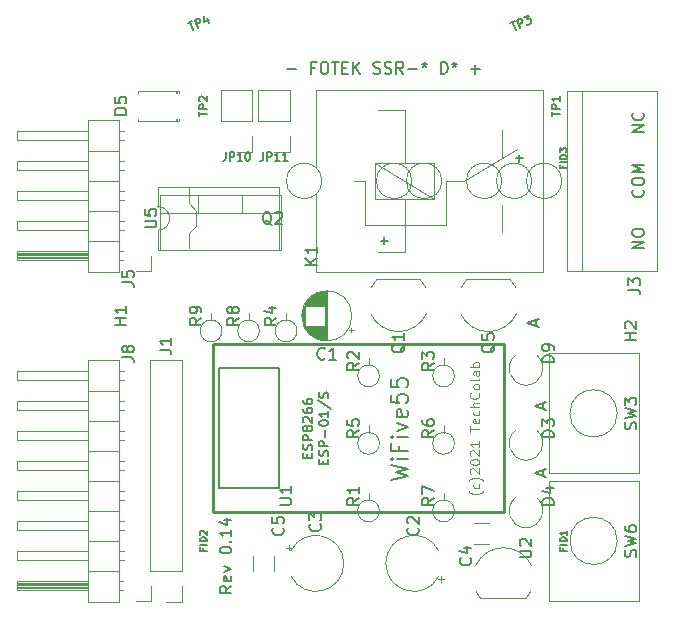
<source format=gto>
G04 #@! TF.GenerationSoftware,KiCad,Pcbnew,(5.1.6-0-10_14)*
G04 #@! TF.CreationDate,2021-05-08T14:10:43+01:00*
G04 #@! TF.ProjectId,WiFive55,57694669-7665-4353-952e-6b696361645f,0.14*
G04 #@! TF.SameCoordinates,Original*
G04 #@! TF.FileFunction,Legend,Top*
G04 #@! TF.FilePolarity,Positive*
%FSLAX46Y46*%
G04 Gerber Fmt 4.6, Leading zero omitted, Abs format (unit mm)*
G04 Created by KiCad (PCBNEW (5.1.6-0-10_14)) date 2021-05-08 14:10:43*
%MOMM*%
%LPD*%
G01*
G04 APERTURE LIST*
%ADD10C,0.150000*%
%ADD11C,0.120000*%
%ADD12C,0.254000*%
%ADD13C,0.152400*%
G04 APERTURE END LIST*
D10*
X115682142Y-50236428D02*
X116444047Y-50236428D01*
X118015476Y-50093571D02*
X117682142Y-50093571D01*
X117682142Y-50617380D02*
X117682142Y-49617380D01*
X118158333Y-49617380D01*
X118729761Y-49617380D02*
X118920238Y-49617380D01*
X119015476Y-49665000D01*
X119110714Y-49760238D01*
X119158333Y-49950714D01*
X119158333Y-50284047D01*
X119110714Y-50474523D01*
X119015476Y-50569761D01*
X118920238Y-50617380D01*
X118729761Y-50617380D01*
X118634523Y-50569761D01*
X118539285Y-50474523D01*
X118491666Y-50284047D01*
X118491666Y-49950714D01*
X118539285Y-49760238D01*
X118634523Y-49665000D01*
X118729761Y-49617380D01*
X119444047Y-49617380D02*
X120015476Y-49617380D01*
X119729761Y-50617380D02*
X119729761Y-49617380D01*
X120348809Y-50093571D02*
X120682142Y-50093571D01*
X120825000Y-50617380D02*
X120348809Y-50617380D01*
X120348809Y-49617380D01*
X120825000Y-49617380D01*
X121253571Y-50617380D02*
X121253571Y-49617380D01*
X121825000Y-50617380D02*
X121396428Y-50045952D01*
X121825000Y-49617380D02*
X121253571Y-50188809D01*
X122967857Y-50569761D02*
X123110714Y-50617380D01*
X123348809Y-50617380D01*
X123444047Y-50569761D01*
X123491666Y-50522142D01*
X123539285Y-50426904D01*
X123539285Y-50331666D01*
X123491666Y-50236428D01*
X123444047Y-50188809D01*
X123348809Y-50141190D01*
X123158333Y-50093571D01*
X123063095Y-50045952D01*
X123015476Y-49998333D01*
X122967857Y-49903095D01*
X122967857Y-49807857D01*
X123015476Y-49712619D01*
X123063095Y-49665000D01*
X123158333Y-49617380D01*
X123396428Y-49617380D01*
X123539285Y-49665000D01*
X123920238Y-50569761D02*
X124063095Y-50617380D01*
X124301190Y-50617380D01*
X124396428Y-50569761D01*
X124444047Y-50522142D01*
X124491666Y-50426904D01*
X124491666Y-50331666D01*
X124444047Y-50236428D01*
X124396428Y-50188809D01*
X124301190Y-50141190D01*
X124110714Y-50093571D01*
X124015476Y-50045952D01*
X123967857Y-49998333D01*
X123920238Y-49903095D01*
X123920238Y-49807857D01*
X123967857Y-49712619D01*
X124015476Y-49665000D01*
X124110714Y-49617380D01*
X124348809Y-49617380D01*
X124491666Y-49665000D01*
X125491666Y-50617380D02*
X125158333Y-50141190D01*
X124920238Y-50617380D02*
X124920238Y-49617380D01*
X125301190Y-49617380D01*
X125396428Y-49665000D01*
X125444047Y-49712619D01*
X125491666Y-49807857D01*
X125491666Y-49950714D01*
X125444047Y-50045952D01*
X125396428Y-50093571D01*
X125301190Y-50141190D01*
X124920238Y-50141190D01*
X125920238Y-50236428D02*
X126682142Y-50236428D01*
X127301190Y-49617380D02*
X127301190Y-49855476D01*
X127063095Y-49760238D02*
X127301190Y-49855476D01*
X127539285Y-49760238D01*
X127158333Y-50045952D02*
X127301190Y-49855476D01*
X127444047Y-50045952D01*
X128682142Y-50617380D02*
X128682142Y-49617380D01*
X128920238Y-49617380D01*
X129063095Y-49665000D01*
X129158333Y-49760238D01*
X129205952Y-49855476D01*
X129253571Y-50045952D01*
X129253571Y-50188809D01*
X129205952Y-50379285D01*
X129158333Y-50474523D01*
X129063095Y-50569761D01*
X128920238Y-50617380D01*
X128682142Y-50617380D01*
X129825000Y-49617380D02*
X129825000Y-49855476D01*
X129586904Y-49760238D02*
X129825000Y-49855476D01*
X130063095Y-49760238D01*
X129682142Y-50045952D02*
X129825000Y-49855476D01*
X129967857Y-50045952D01*
X131205952Y-50236428D02*
X131967857Y-50236428D01*
X131586904Y-50617380D02*
X131586904Y-49855476D01*
X135312142Y-58089761D02*
X135312142Y-57480238D01*
X135616904Y-57785000D02*
X135007380Y-57785000D01*
X123882142Y-65074761D02*
X123882142Y-64465238D01*
X124186904Y-64770000D02*
X123577380Y-64770000D01*
X145867380Y-65404285D02*
X144867380Y-65404285D01*
X145867380Y-64832857D01*
X144867380Y-64832857D01*
X144867380Y-64166190D02*
X144867380Y-63975714D01*
X144915000Y-63880476D01*
X145010238Y-63785238D01*
X145200714Y-63737619D01*
X145534047Y-63737619D01*
X145724523Y-63785238D01*
X145819761Y-63880476D01*
X145867380Y-63975714D01*
X145867380Y-64166190D01*
X145819761Y-64261428D01*
X145724523Y-64356666D01*
X145534047Y-64404285D01*
X145200714Y-64404285D01*
X145010238Y-64356666D01*
X144915000Y-64261428D01*
X144867380Y-64166190D01*
X145772142Y-60451904D02*
X145819761Y-60499523D01*
X145867380Y-60642380D01*
X145867380Y-60737619D01*
X145819761Y-60880476D01*
X145724523Y-60975714D01*
X145629285Y-61023333D01*
X145438809Y-61070952D01*
X145295952Y-61070952D01*
X145105476Y-61023333D01*
X145010238Y-60975714D01*
X144915000Y-60880476D01*
X144867380Y-60737619D01*
X144867380Y-60642380D01*
X144915000Y-60499523D01*
X144962619Y-60451904D01*
X144867380Y-59832857D02*
X144867380Y-59642380D01*
X144915000Y-59547142D01*
X145010238Y-59451904D01*
X145200714Y-59404285D01*
X145534047Y-59404285D01*
X145724523Y-59451904D01*
X145819761Y-59547142D01*
X145867380Y-59642380D01*
X145867380Y-59832857D01*
X145819761Y-59928095D01*
X145724523Y-60023333D01*
X145534047Y-60070952D01*
X145200714Y-60070952D01*
X145010238Y-60023333D01*
X144915000Y-59928095D01*
X144867380Y-59832857D01*
X145867380Y-58975714D02*
X144867380Y-58975714D01*
X145581666Y-58642380D01*
X144867380Y-58309047D01*
X145867380Y-58309047D01*
X145867380Y-55547142D02*
X144867380Y-55547142D01*
X145867380Y-54975714D01*
X144867380Y-54975714D01*
X145772142Y-53928095D02*
X145819761Y-53975714D01*
X145867380Y-54118571D01*
X145867380Y-54213809D01*
X145819761Y-54356666D01*
X145724523Y-54451904D01*
X145629285Y-54499523D01*
X145438809Y-54547142D01*
X145295952Y-54547142D01*
X145105476Y-54499523D01*
X145010238Y-54451904D01*
X144915000Y-54356666D01*
X144867380Y-54213809D01*
X144867380Y-54118571D01*
X144915000Y-53975714D01*
X144962619Y-53928095D01*
X110942380Y-93987619D02*
X110466190Y-94320952D01*
X110942380Y-94559047D02*
X109942380Y-94559047D01*
X109942380Y-94178095D01*
X109990000Y-94082857D01*
X110037619Y-94035238D01*
X110132857Y-93987619D01*
X110275714Y-93987619D01*
X110370952Y-94035238D01*
X110418571Y-94082857D01*
X110466190Y-94178095D01*
X110466190Y-94559047D01*
X110894761Y-93178095D02*
X110942380Y-93273333D01*
X110942380Y-93463809D01*
X110894761Y-93559047D01*
X110799523Y-93606666D01*
X110418571Y-93606666D01*
X110323333Y-93559047D01*
X110275714Y-93463809D01*
X110275714Y-93273333D01*
X110323333Y-93178095D01*
X110418571Y-93130476D01*
X110513809Y-93130476D01*
X110609047Y-93606666D01*
X110275714Y-92797142D02*
X110942380Y-92559047D01*
X110275714Y-92320952D01*
X109942380Y-90987619D02*
X109942380Y-90892380D01*
X109990000Y-90797142D01*
X110037619Y-90749523D01*
X110132857Y-90701904D01*
X110323333Y-90654285D01*
X110561428Y-90654285D01*
X110751904Y-90701904D01*
X110847142Y-90749523D01*
X110894761Y-90797142D01*
X110942380Y-90892380D01*
X110942380Y-90987619D01*
X110894761Y-91082857D01*
X110847142Y-91130476D01*
X110751904Y-91178095D01*
X110561428Y-91225714D01*
X110323333Y-91225714D01*
X110132857Y-91178095D01*
X110037619Y-91130476D01*
X109990000Y-91082857D01*
X109942380Y-90987619D01*
X110847142Y-90225714D02*
X110894761Y-90178095D01*
X110942380Y-90225714D01*
X110894761Y-90273333D01*
X110847142Y-90225714D01*
X110942380Y-90225714D01*
X110942380Y-89225714D02*
X110942380Y-89797142D01*
X110942380Y-89511428D02*
X109942380Y-89511428D01*
X110085238Y-89606666D01*
X110180476Y-89701904D01*
X110228095Y-89797142D01*
X110275714Y-88368571D02*
X110942380Y-88368571D01*
X109894761Y-88606666D02*
X110609047Y-88844761D01*
X110609047Y-88225714D01*
D11*
X132246666Y-85978333D02*
X132208571Y-86016428D01*
X132094285Y-86092619D01*
X132018095Y-86130714D01*
X131903809Y-86168809D01*
X131713333Y-86206904D01*
X131560952Y-86206904D01*
X131370476Y-86168809D01*
X131256190Y-86130714D01*
X131180000Y-86092619D01*
X131065714Y-86016428D01*
X131027619Y-85978333D01*
X131903809Y-85330714D02*
X131941904Y-85406904D01*
X131941904Y-85559285D01*
X131903809Y-85635476D01*
X131865714Y-85673571D01*
X131789523Y-85711666D01*
X131560952Y-85711666D01*
X131484761Y-85673571D01*
X131446666Y-85635476D01*
X131408571Y-85559285D01*
X131408571Y-85406904D01*
X131446666Y-85330714D01*
X132246666Y-85064047D02*
X132208571Y-85025952D01*
X132094285Y-84949761D01*
X132018095Y-84911666D01*
X131903809Y-84873571D01*
X131713333Y-84835476D01*
X131560952Y-84835476D01*
X131370476Y-84873571D01*
X131256190Y-84911666D01*
X131180000Y-84949761D01*
X131065714Y-85025952D01*
X131027619Y-85064047D01*
X131218095Y-84492619D02*
X131180000Y-84454523D01*
X131141904Y-84378333D01*
X131141904Y-84187857D01*
X131180000Y-84111666D01*
X131218095Y-84073571D01*
X131294285Y-84035476D01*
X131370476Y-84035476D01*
X131484761Y-84073571D01*
X131941904Y-84530714D01*
X131941904Y-84035476D01*
X131141904Y-83540238D02*
X131141904Y-83464047D01*
X131180000Y-83387857D01*
X131218095Y-83349761D01*
X131294285Y-83311666D01*
X131446666Y-83273571D01*
X131637142Y-83273571D01*
X131789523Y-83311666D01*
X131865714Y-83349761D01*
X131903809Y-83387857D01*
X131941904Y-83464047D01*
X131941904Y-83540238D01*
X131903809Y-83616428D01*
X131865714Y-83654523D01*
X131789523Y-83692619D01*
X131637142Y-83730714D01*
X131446666Y-83730714D01*
X131294285Y-83692619D01*
X131218095Y-83654523D01*
X131180000Y-83616428D01*
X131141904Y-83540238D01*
X131218095Y-82968809D02*
X131180000Y-82930714D01*
X131141904Y-82854523D01*
X131141904Y-82664047D01*
X131180000Y-82587857D01*
X131218095Y-82549761D01*
X131294285Y-82511666D01*
X131370476Y-82511666D01*
X131484761Y-82549761D01*
X131941904Y-83006904D01*
X131941904Y-82511666D01*
X131941904Y-81749761D02*
X131941904Y-82206904D01*
X131941904Y-81978333D02*
X131141904Y-81978333D01*
X131256190Y-82054523D01*
X131332380Y-82130714D01*
X131370476Y-82206904D01*
X131141904Y-80911666D02*
X131141904Y-80454523D01*
X131941904Y-80683095D02*
X131141904Y-80683095D01*
X131903809Y-79883095D02*
X131941904Y-79959285D01*
X131941904Y-80111666D01*
X131903809Y-80187857D01*
X131827619Y-80225952D01*
X131522857Y-80225952D01*
X131446666Y-80187857D01*
X131408571Y-80111666D01*
X131408571Y-79959285D01*
X131446666Y-79883095D01*
X131522857Y-79845000D01*
X131599047Y-79845000D01*
X131675238Y-80225952D01*
X131903809Y-79159285D02*
X131941904Y-79235476D01*
X131941904Y-79387857D01*
X131903809Y-79464047D01*
X131865714Y-79502142D01*
X131789523Y-79540238D01*
X131560952Y-79540238D01*
X131484761Y-79502142D01*
X131446666Y-79464047D01*
X131408571Y-79387857D01*
X131408571Y-79235476D01*
X131446666Y-79159285D01*
X131941904Y-78816428D02*
X131141904Y-78816428D01*
X131941904Y-78473571D02*
X131522857Y-78473571D01*
X131446666Y-78511666D01*
X131408571Y-78587857D01*
X131408571Y-78702142D01*
X131446666Y-78778333D01*
X131484761Y-78816428D01*
X131865714Y-77635476D02*
X131903809Y-77673571D01*
X131941904Y-77787857D01*
X131941904Y-77864047D01*
X131903809Y-77978333D01*
X131827619Y-78054523D01*
X131751428Y-78092619D01*
X131599047Y-78130714D01*
X131484761Y-78130714D01*
X131332380Y-78092619D01*
X131256190Y-78054523D01*
X131180000Y-77978333D01*
X131141904Y-77864047D01*
X131141904Y-77787857D01*
X131180000Y-77673571D01*
X131218095Y-77635476D01*
X131941904Y-77178333D02*
X131903809Y-77254523D01*
X131865714Y-77292619D01*
X131789523Y-77330714D01*
X131560952Y-77330714D01*
X131484761Y-77292619D01*
X131446666Y-77254523D01*
X131408571Y-77178333D01*
X131408571Y-77064047D01*
X131446666Y-76987857D01*
X131484761Y-76949761D01*
X131560952Y-76911666D01*
X131789523Y-76911666D01*
X131865714Y-76949761D01*
X131903809Y-76987857D01*
X131941904Y-77064047D01*
X131941904Y-77178333D01*
X131941904Y-76454523D02*
X131903809Y-76530714D01*
X131827619Y-76568809D01*
X131141904Y-76568809D01*
X131941904Y-75806904D02*
X131522857Y-75806904D01*
X131446666Y-75845000D01*
X131408571Y-75921190D01*
X131408571Y-76073571D01*
X131446666Y-76149761D01*
X131903809Y-75806904D02*
X131941904Y-75883095D01*
X131941904Y-76073571D01*
X131903809Y-76149761D01*
X131827619Y-76187857D01*
X131751428Y-76187857D01*
X131675238Y-76149761D01*
X131637142Y-76073571D01*
X131637142Y-75883095D01*
X131599047Y-75806904D01*
X131941904Y-75425952D02*
X131141904Y-75425952D01*
X131446666Y-75425952D02*
X131408571Y-75349761D01*
X131408571Y-75197380D01*
X131446666Y-75121190D01*
X131484761Y-75083095D01*
X131560952Y-75045000D01*
X131789523Y-75045000D01*
X131865714Y-75083095D01*
X131903809Y-75121190D01*
X131941904Y-75197380D01*
X131941904Y-75349761D01*
X131903809Y-75425952D01*
D10*
X124463333Y-84978333D02*
X125863333Y-84645000D01*
X124863333Y-84378333D01*
X125863333Y-84111666D01*
X124463333Y-83778333D01*
X125863333Y-83245000D02*
X124930000Y-83245000D01*
X124463333Y-83245000D02*
X124530000Y-83311666D01*
X124596666Y-83245000D01*
X124530000Y-83178333D01*
X124463333Y-83245000D01*
X124596666Y-83245000D01*
X125130000Y-82111666D02*
X125130000Y-82578333D01*
X125863333Y-82578333D02*
X124463333Y-82578333D01*
X124463333Y-81911666D01*
X125863333Y-81378333D02*
X124930000Y-81378333D01*
X124463333Y-81378333D02*
X124530000Y-81445000D01*
X124596666Y-81378333D01*
X124530000Y-81311666D01*
X124463333Y-81378333D01*
X124596666Y-81378333D01*
X124930000Y-80845000D02*
X125863333Y-80511666D01*
X124930000Y-80178333D01*
X125796666Y-79111666D02*
X125863333Y-79245000D01*
X125863333Y-79511666D01*
X125796666Y-79645000D01*
X125663333Y-79711666D01*
X125130000Y-79711666D01*
X124996666Y-79645000D01*
X124930000Y-79511666D01*
X124930000Y-79245000D01*
X124996666Y-79111666D01*
X125130000Y-79045000D01*
X125263333Y-79045000D01*
X125396666Y-79711666D01*
X124463333Y-77778333D02*
X124463333Y-78445000D01*
X125130000Y-78511666D01*
X125063333Y-78445000D01*
X124996666Y-78311666D01*
X124996666Y-77978333D01*
X125063333Y-77845000D01*
X125130000Y-77778333D01*
X125263333Y-77711666D01*
X125596666Y-77711666D01*
X125730000Y-77778333D01*
X125796666Y-77845000D01*
X125863333Y-77978333D01*
X125863333Y-78311666D01*
X125796666Y-78445000D01*
X125730000Y-78511666D01*
X124463333Y-76445000D02*
X124463333Y-77111666D01*
X125130000Y-77178333D01*
X125063333Y-77111666D01*
X124996666Y-76978333D01*
X124996666Y-76645000D01*
X125063333Y-76511666D01*
X125130000Y-76445000D01*
X125263333Y-76378333D01*
X125596666Y-76378333D01*
X125730000Y-76445000D01*
X125796666Y-76511666D01*
X125863333Y-76645000D01*
X125863333Y-76978333D01*
X125796666Y-77111666D01*
X125730000Y-77178333D01*
D11*
X107315000Y-61595000D02*
X107315000Y-60325000D01*
X107950000Y-62230000D02*
X107315000Y-61595000D01*
X107950000Y-63500000D02*
X107950000Y-62230000D01*
X107315000Y-64135000D02*
X107950000Y-63500000D01*
X107315000Y-65405000D02*
X107315000Y-64135000D01*
D10*
X117377857Y-83121190D02*
X117377857Y-82854523D01*
X117796904Y-82740238D02*
X117796904Y-83121190D01*
X116996904Y-83121190D01*
X116996904Y-82740238D01*
X117758809Y-82435476D02*
X117796904Y-82321190D01*
X117796904Y-82130714D01*
X117758809Y-82054523D01*
X117720714Y-82016428D01*
X117644523Y-81978333D01*
X117568333Y-81978333D01*
X117492142Y-82016428D01*
X117454047Y-82054523D01*
X117415952Y-82130714D01*
X117377857Y-82283095D01*
X117339761Y-82359285D01*
X117301666Y-82397380D01*
X117225476Y-82435476D01*
X117149285Y-82435476D01*
X117073095Y-82397380D01*
X117035000Y-82359285D01*
X116996904Y-82283095D01*
X116996904Y-82092619D01*
X117035000Y-81978333D01*
X117796904Y-81635476D02*
X116996904Y-81635476D01*
X116996904Y-81330714D01*
X117035000Y-81254523D01*
X117073095Y-81216428D01*
X117149285Y-81178333D01*
X117263571Y-81178333D01*
X117339761Y-81216428D01*
X117377857Y-81254523D01*
X117415952Y-81330714D01*
X117415952Y-81635476D01*
X117339761Y-80721190D02*
X117301666Y-80797380D01*
X117263571Y-80835476D01*
X117187380Y-80873571D01*
X117149285Y-80873571D01*
X117073095Y-80835476D01*
X117035000Y-80797380D01*
X116996904Y-80721190D01*
X116996904Y-80568809D01*
X117035000Y-80492619D01*
X117073095Y-80454523D01*
X117149285Y-80416428D01*
X117187380Y-80416428D01*
X117263571Y-80454523D01*
X117301666Y-80492619D01*
X117339761Y-80568809D01*
X117339761Y-80721190D01*
X117377857Y-80797380D01*
X117415952Y-80835476D01*
X117492142Y-80873571D01*
X117644523Y-80873571D01*
X117720714Y-80835476D01*
X117758809Y-80797380D01*
X117796904Y-80721190D01*
X117796904Y-80568809D01*
X117758809Y-80492619D01*
X117720714Y-80454523D01*
X117644523Y-80416428D01*
X117492142Y-80416428D01*
X117415952Y-80454523D01*
X117377857Y-80492619D01*
X117339761Y-80568809D01*
X117073095Y-80111666D02*
X117035000Y-80073571D01*
X116996904Y-79997380D01*
X116996904Y-79806904D01*
X117035000Y-79730714D01*
X117073095Y-79692619D01*
X117149285Y-79654523D01*
X117225476Y-79654523D01*
X117339761Y-79692619D01*
X117796904Y-80149761D01*
X117796904Y-79654523D01*
X116996904Y-78968809D02*
X116996904Y-79121190D01*
X117035000Y-79197380D01*
X117073095Y-79235476D01*
X117187380Y-79311666D01*
X117339761Y-79349761D01*
X117644523Y-79349761D01*
X117720714Y-79311666D01*
X117758809Y-79273571D01*
X117796904Y-79197380D01*
X117796904Y-79045000D01*
X117758809Y-78968809D01*
X117720714Y-78930714D01*
X117644523Y-78892619D01*
X117454047Y-78892619D01*
X117377857Y-78930714D01*
X117339761Y-78968809D01*
X117301666Y-79045000D01*
X117301666Y-79197380D01*
X117339761Y-79273571D01*
X117377857Y-79311666D01*
X117454047Y-79349761D01*
X116996904Y-78206904D02*
X116996904Y-78359285D01*
X117035000Y-78435476D01*
X117073095Y-78473571D01*
X117187380Y-78549761D01*
X117339761Y-78587857D01*
X117644523Y-78587857D01*
X117720714Y-78549761D01*
X117758809Y-78511666D01*
X117796904Y-78435476D01*
X117796904Y-78283095D01*
X117758809Y-78206904D01*
X117720714Y-78168809D01*
X117644523Y-78130714D01*
X117454047Y-78130714D01*
X117377857Y-78168809D01*
X117339761Y-78206904D01*
X117301666Y-78283095D01*
X117301666Y-78435476D01*
X117339761Y-78511666D01*
X117377857Y-78549761D01*
X117454047Y-78587857D01*
X118727857Y-83654523D02*
X118727857Y-83387857D01*
X119146904Y-83273571D02*
X119146904Y-83654523D01*
X118346904Y-83654523D01*
X118346904Y-83273571D01*
X119108809Y-82968809D02*
X119146904Y-82854523D01*
X119146904Y-82664047D01*
X119108809Y-82587857D01*
X119070714Y-82549761D01*
X118994523Y-82511666D01*
X118918333Y-82511666D01*
X118842142Y-82549761D01*
X118804047Y-82587857D01*
X118765952Y-82664047D01*
X118727857Y-82816428D01*
X118689761Y-82892619D01*
X118651666Y-82930714D01*
X118575476Y-82968809D01*
X118499285Y-82968809D01*
X118423095Y-82930714D01*
X118385000Y-82892619D01*
X118346904Y-82816428D01*
X118346904Y-82625952D01*
X118385000Y-82511666D01*
X119146904Y-82168809D02*
X118346904Y-82168809D01*
X118346904Y-81864047D01*
X118385000Y-81787857D01*
X118423095Y-81749761D01*
X118499285Y-81711666D01*
X118613571Y-81711666D01*
X118689761Y-81749761D01*
X118727857Y-81787857D01*
X118765952Y-81864047D01*
X118765952Y-82168809D01*
X118842142Y-81368809D02*
X118842142Y-80759285D01*
X118346904Y-80225952D02*
X118346904Y-80149761D01*
X118385000Y-80073571D01*
X118423095Y-80035476D01*
X118499285Y-79997380D01*
X118651666Y-79959285D01*
X118842142Y-79959285D01*
X118994523Y-79997380D01*
X119070714Y-80035476D01*
X119108809Y-80073571D01*
X119146904Y-80149761D01*
X119146904Y-80225952D01*
X119108809Y-80302142D01*
X119070714Y-80340238D01*
X118994523Y-80378333D01*
X118842142Y-80416428D01*
X118651666Y-80416428D01*
X118499285Y-80378333D01*
X118423095Y-80340238D01*
X118385000Y-80302142D01*
X118346904Y-80225952D01*
X119146904Y-79197380D02*
X119146904Y-79654523D01*
X119146904Y-79425952D02*
X118346904Y-79425952D01*
X118461190Y-79502142D01*
X118537380Y-79578333D01*
X118575476Y-79654523D01*
X118308809Y-78283095D02*
X119337380Y-78968809D01*
X119108809Y-78054523D02*
X119146904Y-77940238D01*
X119146904Y-77749761D01*
X119108809Y-77673571D01*
X119070714Y-77635476D01*
X118994523Y-77597380D01*
X118918333Y-77597380D01*
X118842142Y-77635476D01*
X118804047Y-77673571D01*
X118765952Y-77749761D01*
X118727857Y-77902142D01*
X118689761Y-77978333D01*
X118651666Y-78016428D01*
X118575476Y-78054523D01*
X118499285Y-78054523D01*
X118423095Y-78016428D01*
X118385000Y-77978333D01*
X118346904Y-77902142D01*
X118346904Y-77711666D01*
X118385000Y-77597380D01*
D11*
X138914000Y-59690000D02*
G75*
G03*
X138914000Y-59690000I-1500000J0D01*
G01*
X136374000Y-59690000D02*
G75*
G03*
X136374000Y-59690000I-1500000J0D01*
G01*
X133834000Y-59690000D02*
G75*
G03*
X133834000Y-59690000I-1500000J0D01*
G01*
X128754000Y-59690000D02*
G75*
G03*
X128754000Y-59690000I-1500000J0D01*
G01*
X126214000Y-59690000D02*
G75*
G03*
X126214000Y-59690000I-1500000J0D01*
G01*
X118594000Y-59690000D02*
G75*
G03*
X118594000Y-59690000I-1500000J0D01*
G01*
X115552712Y-90740000D02*
X116002712Y-90740000D01*
X115777712Y-90515000D02*
X115777712Y-90965000D01*
X115970260Y-93135000D02*
G75*
G03*
X115970259Y-91015000I2119740J1060000D01*
G01*
X128922288Y-93410000D02*
X128472288Y-93410000D01*
X128697288Y-93635000D02*
X128697288Y-93185000D01*
X128504740Y-91015000D02*
G75*
G03*
X128504741Y-93135000I-2119740J-1060000D01*
G01*
X121135000Y-71120000D02*
G75*
G03*
X121135000Y-71120000I-2120000J0D01*
G01*
X119015000Y-73200000D02*
X119015000Y-69040000D01*
X118975000Y-73200000D02*
X118975000Y-69040000D01*
X118935000Y-73199000D02*
X118935000Y-69041000D01*
X118895000Y-73197000D02*
X118895000Y-69043000D01*
X118855000Y-73194000D02*
X118855000Y-69046000D01*
X118815000Y-73191000D02*
X118815000Y-71960000D01*
X118815000Y-70280000D02*
X118815000Y-69049000D01*
X118775000Y-73187000D02*
X118775000Y-71960000D01*
X118775000Y-70280000D02*
X118775000Y-69053000D01*
X118735000Y-73182000D02*
X118735000Y-71960000D01*
X118735000Y-70280000D02*
X118735000Y-69058000D01*
X118695000Y-73176000D02*
X118695000Y-71960000D01*
X118695000Y-70280000D02*
X118695000Y-69064000D01*
X118655000Y-73170000D02*
X118655000Y-71960000D01*
X118655000Y-70280000D02*
X118655000Y-69070000D01*
X118615000Y-73162000D02*
X118615000Y-71960000D01*
X118615000Y-70280000D02*
X118615000Y-69078000D01*
X118575000Y-73154000D02*
X118575000Y-71960000D01*
X118575000Y-70280000D02*
X118575000Y-69086000D01*
X118535000Y-73145000D02*
X118535000Y-71960000D01*
X118535000Y-70280000D02*
X118535000Y-69095000D01*
X118495000Y-73136000D02*
X118495000Y-71960000D01*
X118495000Y-70280000D02*
X118495000Y-69104000D01*
X118455000Y-73125000D02*
X118455000Y-71960000D01*
X118455000Y-70280000D02*
X118455000Y-69115000D01*
X118415000Y-73114000D02*
X118415000Y-71960000D01*
X118415000Y-70280000D02*
X118415000Y-69126000D01*
X118375000Y-73102000D02*
X118375000Y-71960000D01*
X118375000Y-70280000D02*
X118375000Y-69138000D01*
X118335000Y-73088000D02*
X118335000Y-71960000D01*
X118335000Y-70280000D02*
X118335000Y-69152000D01*
X118294000Y-73074000D02*
X118294000Y-71960000D01*
X118294000Y-70280000D02*
X118294000Y-69166000D01*
X118254000Y-73060000D02*
X118254000Y-71960000D01*
X118254000Y-70280000D02*
X118254000Y-69180000D01*
X118214000Y-73044000D02*
X118214000Y-71960000D01*
X118214000Y-70280000D02*
X118214000Y-69196000D01*
X118174000Y-73027000D02*
X118174000Y-71960000D01*
X118174000Y-70280000D02*
X118174000Y-69213000D01*
X118134000Y-73009000D02*
X118134000Y-71960000D01*
X118134000Y-70280000D02*
X118134000Y-69231000D01*
X118094000Y-72990000D02*
X118094000Y-71960000D01*
X118094000Y-70280000D02*
X118094000Y-69250000D01*
X118054000Y-72971000D02*
X118054000Y-71960000D01*
X118054000Y-70280000D02*
X118054000Y-69269000D01*
X118014000Y-72950000D02*
X118014000Y-71960000D01*
X118014000Y-70280000D02*
X118014000Y-69290000D01*
X117974000Y-72928000D02*
X117974000Y-71960000D01*
X117974000Y-70280000D02*
X117974000Y-69312000D01*
X117934000Y-72905000D02*
X117934000Y-71960000D01*
X117934000Y-70280000D02*
X117934000Y-69335000D01*
X117894000Y-72880000D02*
X117894000Y-71960000D01*
X117894000Y-70280000D02*
X117894000Y-69360000D01*
X117854000Y-72855000D02*
X117854000Y-71960000D01*
X117854000Y-70280000D02*
X117854000Y-69385000D01*
X117814000Y-72828000D02*
X117814000Y-71960000D01*
X117814000Y-70280000D02*
X117814000Y-69412000D01*
X117774000Y-72800000D02*
X117774000Y-71960000D01*
X117774000Y-70280000D02*
X117774000Y-69440000D01*
X117734000Y-72770000D02*
X117734000Y-71960000D01*
X117734000Y-70280000D02*
X117734000Y-69470000D01*
X117694000Y-72739000D02*
X117694000Y-71960000D01*
X117694000Y-70280000D02*
X117694000Y-69501000D01*
X117654000Y-72707000D02*
X117654000Y-71960000D01*
X117654000Y-70280000D02*
X117654000Y-69533000D01*
X117614000Y-72672000D02*
X117614000Y-71960000D01*
X117614000Y-70280000D02*
X117614000Y-69568000D01*
X117574000Y-72636000D02*
X117574000Y-71960000D01*
X117574000Y-70280000D02*
X117574000Y-69604000D01*
X117534000Y-72598000D02*
X117534000Y-71960000D01*
X117534000Y-70280000D02*
X117534000Y-69642000D01*
X117494000Y-72558000D02*
X117494000Y-71960000D01*
X117494000Y-70280000D02*
X117494000Y-69682000D01*
X117454000Y-72516000D02*
X117454000Y-71960000D01*
X117454000Y-70280000D02*
X117454000Y-69724000D01*
X117414000Y-72471000D02*
X117414000Y-71960000D01*
X117414000Y-70280000D02*
X117414000Y-69769000D01*
X117374000Y-72424000D02*
X117374000Y-71960000D01*
X117374000Y-70280000D02*
X117374000Y-69816000D01*
X117334000Y-72374000D02*
X117334000Y-71960000D01*
X117334000Y-70280000D02*
X117334000Y-69866000D01*
X117294000Y-72320000D02*
X117294000Y-71960000D01*
X117294000Y-70280000D02*
X117294000Y-69920000D01*
X117254000Y-72262000D02*
X117254000Y-71960000D01*
X117254000Y-70280000D02*
X117254000Y-69978000D01*
X117214000Y-72200000D02*
X117214000Y-71960000D01*
X117214000Y-70280000D02*
X117214000Y-70040000D01*
X117174000Y-72133000D02*
X117174000Y-70107000D01*
X117134000Y-72060000D02*
X117134000Y-70180000D01*
X117094000Y-71979000D02*
X117094000Y-70261000D01*
X117054000Y-71888000D02*
X117054000Y-70352000D01*
X117014000Y-71784000D02*
X117014000Y-70456000D01*
X116974000Y-71657000D02*
X116974000Y-70583000D01*
X116934000Y-71490000D02*
X116934000Y-70750000D01*
X121284801Y-72315000D02*
X120884801Y-72315000D01*
X121084801Y-72515000D02*
X121084801Y-72115000D01*
X115570000Y-71470000D02*
X115570000Y-70850000D01*
X116490000Y-72390000D02*
G75*
G03*
X116490000Y-72390000I-920000J0D01*
G01*
X104870000Y-60865000D02*
X115110000Y-60865000D01*
X104870000Y-65506000D02*
X115110000Y-65506000D01*
X104870000Y-60865000D02*
X104870000Y-65506000D01*
X115110000Y-60865000D02*
X115110000Y-65506000D01*
X104870000Y-62375000D02*
X115110000Y-62375000D01*
X108140000Y-60865000D02*
X108140000Y-62375000D01*
X111841000Y-60865000D02*
X111841000Y-62375000D01*
X134515000Y-68000000D02*
X130915000Y-68000000D01*
X130390816Y-68727205D02*
G75*
G02*
X130915000Y-68000000I2324184J-1122795D01*
G01*
X130358600Y-70948807D02*
G75*
G03*
X132715000Y-72450000I2356400J1098807D01*
G01*
X135071400Y-70948807D02*
G75*
G02*
X132715000Y-72450000I-2356400J1098807D01*
G01*
X135039184Y-68727205D02*
G75*
G03*
X134515000Y-68000000I-2324184J-1122795D01*
G01*
X126895000Y-68000000D02*
X123295000Y-68000000D01*
X122770816Y-68727205D02*
G75*
G02*
X123295000Y-68000000I2324184J-1122795D01*
G01*
X122738600Y-70948807D02*
G75*
G03*
X125095000Y-72450000I2356400J1098807D01*
G01*
X127451400Y-70948807D02*
G75*
G02*
X125095000Y-72450000I-2356400J1098807D01*
G01*
X127419184Y-68727205D02*
G75*
G03*
X126895000Y-68000000I-2324184J-1122795D01*
G01*
X112709000Y-57210000D02*
X111379000Y-57210000D01*
X112709000Y-55880000D02*
X112709000Y-57210000D01*
X112709000Y-54610000D02*
X110049000Y-54610000D01*
X110049000Y-54610000D02*
X110049000Y-52010000D01*
X112709000Y-54610000D02*
X112709000Y-52010000D01*
X112709000Y-52010000D02*
X110049000Y-52010000D01*
X115884000Y-57210000D02*
X114554000Y-57210000D01*
X115884000Y-55880000D02*
X115884000Y-57210000D01*
X115884000Y-54610000D02*
X113224000Y-54610000D01*
X113224000Y-54610000D02*
X113224000Y-52010000D01*
X115884000Y-54610000D02*
X115884000Y-52010000D01*
X115884000Y-52010000D02*
X113224000Y-52010000D01*
X123475000Y-87630000D02*
G75*
G03*
X123475000Y-87630000I-920000J0D01*
G01*
X122555000Y-86710000D02*
X122555000Y-86090000D01*
X123475000Y-76200000D02*
G75*
G03*
X123475000Y-76200000I-920000J0D01*
G01*
X122555000Y-75280000D02*
X122555000Y-74660000D01*
X129825000Y-76200000D02*
G75*
G03*
X129825000Y-76200000I-920000J0D01*
G01*
X128905000Y-75280000D02*
X128905000Y-74660000D01*
X129825000Y-81915000D02*
G75*
G03*
X129825000Y-81915000I-920000J0D01*
G01*
X128905000Y-80995000D02*
X128905000Y-80375000D01*
X129825000Y-87630000D02*
G75*
G03*
X129825000Y-87630000I-920000J0D01*
G01*
X128905000Y-86710000D02*
X128905000Y-86090000D01*
X113315000Y-72390000D02*
G75*
G03*
X113315000Y-72390000I-920000J0D01*
G01*
X112395000Y-71470000D02*
X112395000Y-70850000D01*
X123475000Y-81915000D02*
G75*
G03*
X123475000Y-81915000I-920000J0D01*
G01*
X122555000Y-80995000D02*
X122555000Y-80375000D01*
X110140000Y-72390000D02*
G75*
G03*
X110140000Y-72390000I-920000J0D01*
G01*
X109220000Y-71470000D02*
X109220000Y-70850000D01*
X132045000Y-95045000D02*
X135895000Y-95045000D01*
X136287383Y-94457264D02*
G75*
G02*
X135895000Y-95045000I-2302383J1112264D01*
G01*
X136341400Y-92246193D02*
G75*
G03*
X133985000Y-90745000I-2356400J-1098807D01*
G01*
X131628600Y-92246193D02*
G75*
G02*
X133985000Y-90745000I2356400J-1098807D01*
G01*
X131662369Y-94467045D02*
G75*
G03*
X132045000Y-95045000I2322631J1122045D01*
G01*
X106740000Y-74870000D02*
X104080000Y-74870000D01*
X106740000Y-92710000D02*
X106740000Y-74870000D01*
X104080000Y-92710000D02*
X104080000Y-74870000D01*
X106740000Y-92710000D02*
X104080000Y-92710000D01*
X106740000Y-93980000D02*
X106740000Y-95310000D01*
X106740000Y-95310000D02*
X105410000Y-95310000D01*
X101430000Y-95310000D02*
X101430000Y-74870000D01*
X101430000Y-74870000D02*
X98770000Y-74870000D01*
X98770000Y-74870000D02*
X98770000Y-95310000D01*
X98770000Y-95310000D02*
X101430000Y-95310000D01*
X98770000Y-94360000D02*
X92770000Y-94360000D01*
X92770000Y-94360000D02*
X92770000Y-93600000D01*
X92770000Y-93600000D02*
X98770000Y-93600000D01*
X98770000Y-94300000D02*
X92770000Y-94300000D01*
X98770000Y-94180000D02*
X92770000Y-94180000D01*
X98770000Y-94060000D02*
X92770000Y-94060000D01*
X98770000Y-93940000D02*
X92770000Y-93940000D01*
X98770000Y-93820000D02*
X92770000Y-93820000D01*
X98770000Y-93700000D02*
X92770000Y-93700000D01*
X101760000Y-94360000D02*
X101430000Y-94360000D01*
X101760000Y-93600000D02*
X101430000Y-93600000D01*
X101430000Y-92710000D02*
X98770000Y-92710000D01*
X98770000Y-91820000D02*
X92770000Y-91820000D01*
X92770000Y-91820000D02*
X92770000Y-91060000D01*
X92770000Y-91060000D02*
X98770000Y-91060000D01*
X101827071Y-91820000D02*
X101430000Y-91820000D01*
X101827071Y-91060000D02*
X101430000Y-91060000D01*
X101430000Y-90170000D02*
X98770000Y-90170000D01*
X98770000Y-89280000D02*
X92770000Y-89280000D01*
X92770000Y-89280000D02*
X92770000Y-88520000D01*
X92770000Y-88520000D02*
X98770000Y-88520000D01*
X101827071Y-89280000D02*
X101430000Y-89280000D01*
X101827071Y-88520000D02*
X101430000Y-88520000D01*
X101430000Y-87630000D02*
X98770000Y-87630000D01*
X98770000Y-86740000D02*
X92770000Y-86740000D01*
X92770000Y-86740000D02*
X92770000Y-85980000D01*
X92770000Y-85980000D02*
X98770000Y-85980000D01*
X101827071Y-86740000D02*
X101430000Y-86740000D01*
X101827071Y-85980000D02*
X101430000Y-85980000D01*
X101430000Y-85090000D02*
X98770000Y-85090000D01*
X98770000Y-84200000D02*
X92770000Y-84200000D01*
X92770000Y-84200000D02*
X92770000Y-83440000D01*
X92770000Y-83440000D02*
X98770000Y-83440000D01*
X101827071Y-84200000D02*
X101430000Y-84200000D01*
X101827071Y-83440000D02*
X101430000Y-83440000D01*
X101430000Y-82550000D02*
X98770000Y-82550000D01*
X98770000Y-81660000D02*
X92770000Y-81660000D01*
X92770000Y-81660000D02*
X92770000Y-80900000D01*
X92770000Y-80900000D02*
X98770000Y-80900000D01*
X101827071Y-81660000D02*
X101430000Y-81660000D01*
X101827071Y-80900000D02*
X101430000Y-80900000D01*
X101430000Y-80010000D02*
X98770000Y-80010000D01*
X98770000Y-79120000D02*
X92770000Y-79120000D01*
X92770000Y-79120000D02*
X92770000Y-78360000D01*
X92770000Y-78360000D02*
X98770000Y-78360000D01*
X101827071Y-79120000D02*
X101430000Y-79120000D01*
X101827071Y-78360000D02*
X101430000Y-78360000D01*
X101430000Y-77470000D02*
X98770000Y-77470000D01*
X98770000Y-76580000D02*
X92770000Y-76580000D01*
X92770000Y-76580000D02*
X92770000Y-75820000D01*
X92770000Y-75820000D02*
X98770000Y-75820000D01*
X101827071Y-76580000D02*
X101430000Y-76580000D01*
X101827071Y-75820000D02*
X101430000Y-75820000D01*
X104140000Y-93980000D02*
X104140000Y-95250000D01*
X104140000Y-95250000D02*
X102870000Y-95250000D01*
X101430000Y-67370000D02*
X101430000Y-54550000D01*
X101430000Y-54550000D02*
X98770000Y-54550000D01*
X98770000Y-54550000D02*
X98770000Y-67370000D01*
X98770000Y-67370000D02*
X101430000Y-67370000D01*
X98770000Y-66420000D02*
X92770000Y-66420000D01*
X92770000Y-66420000D02*
X92770000Y-65660000D01*
X92770000Y-65660000D02*
X98770000Y-65660000D01*
X98770000Y-66360000D02*
X92770000Y-66360000D01*
X98770000Y-66240000D02*
X92770000Y-66240000D01*
X98770000Y-66120000D02*
X92770000Y-66120000D01*
X98770000Y-66000000D02*
X92770000Y-66000000D01*
X98770000Y-65880000D02*
X92770000Y-65880000D01*
X98770000Y-65760000D02*
X92770000Y-65760000D01*
X101760000Y-66420000D02*
X101430000Y-66420000D01*
X101760000Y-65660000D02*
X101430000Y-65660000D01*
X101430000Y-64770000D02*
X98770000Y-64770000D01*
X98770000Y-63880000D02*
X92770000Y-63880000D01*
X92770000Y-63880000D02*
X92770000Y-63120000D01*
X92770000Y-63120000D02*
X98770000Y-63120000D01*
X101827071Y-63880000D02*
X101430000Y-63880000D01*
X101827071Y-63120000D02*
X101430000Y-63120000D01*
X101430000Y-62230000D02*
X98770000Y-62230000D01*
X98770000Y-61340000D02*
X92770000Y-61340000D01*
X92770000Y-61340000D02*
X92770000Y-60580000D01*
X92770000Y-60580000D02*
X98770000Y-60580000D01*
X101827071Y-61340000D02*
X101430000Y-61340000D01*
X101827071Y-60580000D02*
X101430000Y-60580000D01*
X101430000Y-59690000D02*
X98770000Y-59690000D01*
X98770000Y-58800000D02*
X92770000Y-58800000D01*
X92770000Y-58800000D02*
X92770000Y-58040000D01*
X92770000Y-58040000D02*
X98770000Y-58040000D01*
X101827071Y-58800000D02*
X101430000Y-58800000D01*
X101827071Y-58040000D02*
X101430000Y-58040000D01*
X101430000Y-57150000D02*
X98770000Y-57150000D01*
X98770000Y-56260000D02*
X92770000Y-56260000D01*
X92770000Y-56260000D02*
X92770000Y-55500000D01*
X92770000Y-55500000D02*
X98770000Y-55500000D01*
X101827071Y-56260000D02*
X101430000Y-56260000D01*
X101827071Y-55500000D02*
X101430000Y-55500000D01*
X104140000Y-66040000D02*
X104140000Y-67310000D01*
X104140000Y-67310000D02*
X102870000Y-67310000D01*
D12*
X109347000Y-73533000D02*
X133985000Y-73533000D01*
X133985000Y-73533000D02*
X133985000Y-87757000D01*
X133985000Y-87757000D02*
X109347000Y-87757000D01*
X109347000Y-87757000D02*
X109347000Y-73533000D01*
D13*
X112395000Y-75565000D02*
X109855000Y-75565000D01*
X109855000Y-75565000D02*
X109855000Y-78105000D01*
X109855000Y-78105000D02*
X109855000Y-85725000D01*
X109855000Y-85725000D02*
X114935000Y-85725000D01*
X114935000Y-85725000D02*
X114935000Y-75565000D01*
X114935000Y-75565000D02*
X112395000Y-75565000D01*
D11*
X114585000Y-91426000D02*
X114585000Y-92684000D01*
X112745000Y-91426000D02*
X112745000Y-92684000D01*
X104715000Y-63865000D02*
X104715000Y-65515000D01*
X104715000Y-65515000D02*
X114995000Y-65515000D01*
X114995000Y-65515000D02*
X114995000Y-60215000D01*
X114995000Y-60215000D02*
X104715000Y-60215000D01*
X104715000Y-60215000D02*
X104715000Y-61865000D01*
X104715000Y-61865000D02*
G75*
G02*
X104715000Y-63865000I0J-1000000D01*
G01*
X106245000Y-52260000D02*
X106245000Y-52080000D01*
X106245000Y-54600000D02*
X106245000Y-54420000D01*
X106365000Y-52260000D02*
X106365000Y-52080000D01*
X106365000Y-54600000D02*
X106365000Y-54420000D01*
X103065000Y-52245000D02*
X103065000Y-52080000D01*
X103065000Y-54600000D02*
X103065000Y-54435000D01*
X106485000Y-52260000D02*
X106485000Y-52080000D01*
X106485000Y-54600000D02*
X106485000Y-54420000D01*
X106485000Y-52080000D02*
X103065000Y-52080000D01*
X106485000Y-54600000D02*
X103065000Y-54600000D01*
X139382500Y-52070000D02*
X147002500Y-52070000D01*
X139382500Y-67310000D02*
X147002500Y-67310000D01*
X140652500Y-52070000D02*
X140652500Y-67310000D01*
X147002500Y-52070000D02*
X147002500Y-67310000D01*
X139382500Y-52070000D02*
X139382500Y-67310000D01*
X136858866Y-74511150D02*
G75*
G02*
X134990000Y-74451761I-968866J-1053850D01*
G01*
X136858866Y-86576150D02*
G75*
G02*
X134990000Y-86516761I-968866J-1053850D01*
G01*
X136858866Y-80861150D02*
G75*
G02*
X134990000Y-80801761I-968866J-1053850D01*
G01*
X137795000Y-85090000D02*
X137795000Y-95250000D01*
X145415000Y-95250000D02*
X137795000Y-95250000D01*
X145415000Y-95250000D02*
X145415000Y-85090000D01*
X145415000Y-85090000D02*
X137795000Y-85090000D01*
X143605000Y-90170000D02*
G75*
G03*
X143605000Y-90170000I-2000000J0D01*
G01*
X145415000Y-84455000D02*
X145415000Y-74295000D01*
X137795000Y-74295000D02*
X145415000Y-74295000D01*
X137795000Y-74295000D02*
X137795000Y-84455000D01*
X137795000Y-84455000D02*
X145415000Y-84455000D01*
X143605000Y-79375000D02*
G75*
G03*
X143605000Y-79375000I-2000000J0D01*
G01*
X118134000Y-60890000D02*
X118134000Y-67390000D01*
X118134000Y-51990000D02*
X118134000Y-58490000D01*
X118134000Y-51990000D02*
X137334000Y-51990000D01*
X137334000Y-51990000D02*
X137334000Y-67390000D01*
X137334000Y-67390000D02*
X118134000Y-67390000D01*
X133834000Y-63990000D02*
X133834000Y-61690000D01*
X133834000Y-55390000D02*
X133834000Y-57690000D01*
X123334000Y-65690000D02*
X125634000Y-65690000D01*
X122234000Y-59690000D02*
X121334000Y-59690000D01*
X125634000Y-53690000D02*
X123334000Y-53690000D01*
X129134000Y-59690000D02*
X130634000Y-59690000D01*
X130634000Y-59690000D02*
X135134000Y-56990000D01*
X129134000Y-63390000D02*
X122234000Y-63390000D01*
X129134000Y-59690000D02*
X129134000Y-63390000D01*
X122234000Y-59690000D02*
X122234000Y-63390000D01*
X125634000Y-53690000D02*
X125634000Y-58190000D01*
X125634000Y-61190000D02*
X125634000Y-65690000D01*
X128134000Y-61190000D02*
X123134000Y-58190000D01*
X123134000Y-61190000D02*
X123134000Y-58190000D01*
X123134000Y-58190000D02*
X128134000Y-58190000D01*
X128134000Y-58190000D02*
X128134000Y-61190000D01*
X128134000Y-61190000D02*
X123134000Y-61190000D01*
X132729000Y-90455000D02*
X131471000Y-90455000D01*
X132729000Y-88615000D02*
X131471000Y-88615000D01*
D10*
X118447142Y-88741666D02*
X118494761Y-88789285D01*
X118542380Y-88932142D01*
X118542380Y-89027380D01*
X118494761Y-89170238D01*
X118399523Y-89265476D01*
X118304285Y-89313095D01*
X118113809Y-89360714D01*
X117970952Y-89360714D01*
X117780476Y-89313095D01*
X117685238Y-89265476D01*
X117590000Y-89170238D01*
X117542380Y-89027380D01*
X117542380Y-88932142D01*
X117590000Y-88789285D01*
X117637619Y-88741666D01*
X117542380Y-88408333D02*
X117542380Y-87789285D01*
X117923333Y-88122619D01*
X117923333Y-87979761D01*
X117970952Y-87884523D01*
X118018571Y-87836904D01*
X118113809Y-87789285D01*
X118351904Y-87789285D01*
X118447142Y-87836904D01*
X118494761Y-87884523D01*
X118542380Y-87979761D01*
X118542380Y-88265476D01*
X118494761Y-88360714D01*
X118447142Y-88408333D01*
X126722142Y-89066666D02*
X126769761Y-89114285D01*
X126817380Y-89257142D01*
X126817380Y-89352380D01*
X126769761Y-89495238D01*
X126674523Y-89590476D01*
X126579285Y-89638095D01*
X126388809Y-89685714D01*
X126245952Y-89685714D01*
X126055476Y-89638095D01*
X125960238Y-89590476D01*
X125865000Y-89495238D01*
X125817380Y-89352380D01*
X125817380Y-89257142D01*
X125865000Y-89114285D01*
X125912619Y-89066666D01*
X125912619Y-88685714D02*
X125865000Y-88638095D01*
X125817380Y-88542857D01*
X125817380Y-88304761D01*
X125865000Y-88209523D01*
X125912619Y-88161904D01*
X126007857Y-88114285D01*
X126103095Y-88114285D01*
X126245952Y-88161904D01*
X126817380Y-88733333D01*
X126817380Y-88114285D01*
X118848333Y-74727142D02*
X118800714Y-74774761D01*
X118657857Y-74822380D01*
X118562619Y-74822380D01*
X118419761Y-74774761D01*
X118324523Y-74679523D01*
X118276904Y-74584285D01*
X118229285Y-74393809D01*
X118229285Y-74250952D01*
X118276904Y-74060476D01*
X118324523Y-73965238D01*
X118419761Y-73870000D01*
X118562619Y-73822380D01*
X118657857Y-73822380D01*
X118800714Y-73870000D01*
X118848333Y-73917619D01*
X119800714Y-74822380D02*
X119229285Y-74822380D01*
X119515000Y-74822380D02*
X119515000Y-73822380D01*
X119419761Y-73965238D01*
X119324523Y-74060476D01*
X119229285Y-74108095D01*
X114752380Y-71286666D02*
X114276190Y-71620000D01*
X114752380Y-71858095D02*
X113752380Y-71858095D01*
X113752380Y-71477142D01*
X113800000Y-71381904D01*
X113847619Y-71334285D01*
X113942857Y-71286666D01*
X114085714Y-71286666D01*
X114180952Y-71334285D01*
X114228571Y-71381904D01*
X114276190Y-71477142D01*
X114276190Y-71858095D01*
X114085714Y-70429523D02*
X114752380Y-70429523D01*
X113704761Y-70667619D02*
X114419047Y-70905714D01*
X114419047Y-70286666D01*
X134546211Y-46338884D02*
X134915762Y-46185810D01*
X134998865Y-46909063D02*
X134730987Y-46262347D01*
X135399213Y-46743233D02*
X135131334Y-46096518D01*
X135377702Y-45994469D01*
X135452050Y-45999752D01*
X135495602Y-46017792D01*
X135551911Y-46066628D01*
X135590179Y-46159016D01*
X135584895Y-46233364D01*
X135566855Y-46276916D01*
X135518019Y-46333224D01*
X135271652Y-46435273D01*
X135716458Y-45854151D02*
X136116806Y-45688322D01*
X136003283Y-46023983D01*
X136095671Y-45985714D01*
X136170019Y-45990998D01*
X136213571Y-46009038D01*
X136269879Y-46057874D01*
X136333660Y-46211854D01*
X136328376Y-46286202D01*
X136310336Y-46329754D01*
X136261500Y-46386062D01*
X136076724Y-46462599D01*
X136002376Y-46457315D01*
X135958824Y-46439275D01*
X107241211Y-46338883D02*
X107610762Y-46185809D01*
X107693865Y-46909062D02*
X107425987Y-46262346D01*
X108094213Y-46743232D02*
X107826334Y-46096517D01*
X108072702Y-45994468D01*
X108147050Y-45999751D01*
X108190602Y-46017791D01*
X108246911Y-46066627D01*
X108285179Y-46159015D01*
X108279895Y-46233363D01*
X108261855Y-46276915D01*
X108213019Y-46333223D01*
X107966652Y-46435272D01*
X108839507Y-45929405D02*
X109018092Y-46360549D01*
X108583478Y-45746818D02*
X108620840Y-46272538D01*
X109021187Y-46106709D01*
X108201666Y-54223333D02*
X108201666Y-53823333D01*
X108901666Y-54023333D02*
X108201666Y-54023333D01*
X108901666Y-53590000D02*
X108201666Y-53590000D01*
X108201666Y-53323333D01*
X108235000Y-53256666D01*
X108268333Y-53223333D01*
X108335000Y-53190000D01*
X108435000Y-53190000D01*
X108501666Y-53223333D01*
X108535000Y-53256666D01*
X108568333Y-53323333D01*
X108568333Y-53590000D01*
X108268333Y-52923333D02*
X108235000Y-52890000D01*
X108201666Y-52823333D01*
X108201666Y-52656666D01*
X108235000Y-52590000D01*
X108268333Y-52556666D01*
X108335000Y-52523333D01*
X108401666Y-52523333D01*
X108501666Y-52556666D01*
X108901666Y-52956666D01*
X108901666Y-52523333D01*
X138046666Y-54223333D02*
X138046666Y-53823333D01*
X138746666Y-54023333D02*
X138046666Y-54023333D01*
X138746666Y-53590000D02*
X138046666Y-53590000D01*
X138046666Y-53323333D01*
X138080000Y-53256666D01*
X138113333Y-53223333D01*
X138180000Y-53190000D01*
X138280000Y-53190000D01*
X138346666Y-53223333D01*
X138380000Y-53256666D01*
X138413333Y-53323333D01*
X138413333Y-53590000D01*
X138746666Y-52523333D02*
X138746666Y-52923333D01*
X138746666Y-52723333D02*
X138046666Y-52723333D01*
X138146666Y-52790000D01*
X138213333Y-52856666D01*
X138246666Y-52923333D01*
X114339761Y-63412619D02*
X114244523Y-63365000D01*
X114149285Y-63269761D01*
X114006428Y-63126904D01*
X113911190Y-63079285D01*
X113815952Y-63079285D01*
X113863571Y-63317380D02*
X113768333Y-63269761D01*
X113673095Y-63174523D01*
X113625476Y-62984047D01*
X113625476Y-62650714D01*
X113673095Y-62460238D01*
X113768333Y-62365000D01*
X113863571Y-62317380D01*
X114054047Y-62317380D01*
X114149285Y-62365000D01*
X114244523Y-62460238D01*
X114292142Y-62650714D01*
X114292142Y-62984047D01*
X114244523Y-63174523D01*
X114149285Y-63269761D01*
X114054047Y-63317380D01*
X113863571Y-63317380D01*
X114673095Y-62412619D02*
X114720714Y-62365000D01*
X114815952Y-62317380D01*
X115054047Y-62317380D01*
X115149285Y-62365000D01*
X115196904Y-62412619D01*
X115244523Y-62507857D01*
X115244523Y-62603095D01*
X115196904Y-62745952D01*
X114625476Y-63317380D01*
X115244523Y-63317380D01*
X133262619Y-73505238D02*
X133215000Y-73600476D01*
X133119761Y-73695714D01*
X132976904Y-73838571D01*
X132929285Y-73933809D01*
X132929285Y-74029047D01*
X133167380Y-73981428D02*
X133119761Y-74076666D01*
X133024523Y-74171904D01*
X132834047Y-74219523D01*
X132500714Y-74219523D01*
X132310238Y-74171904D01*
X132215000Y-74076666D01*
X132167380Y-73981428D01*
X132167380Y-73790952D01*
X132215000Y-73695714D01*
X132310238Y-73600476D01*
X132500714Y-73552857D01*
X132834047Y-73552857D01*
X133024523Y-73600476D01*
X133119761Y-73695714D01*
X133167380Y-73790952D01*
X133167380Y-73981428D01*
X132167380Y-72648095D02*
X132167380Y-73124285D01*
X132643571Y-73171904D01*
X132595952Y-73124285D01*
X132548333Y-73029047D01*
X132548333Y-72790952D01*
X132595952Y-72695714D01*
X132643571Y-72648095D01*
X132738809Y-72600476D01*
X132976904Y-72600476D01*
X133072142Y-72648095D01*
X133119761Y-72695714D01*
X133167380Y-72790952D01*
X133167380Y-73029047D01*
X133119761Y-73124285D01*
X133072142Y-73171904D01*
X125642619Y-73505238D02*
X125595000Y-73600476D01*
X125499761Y-73695714D01*
X125356904Y-73838571D01*
X125309285Y-73933809D01*
X125309285Y-74029047D01*
X125547380Y-73981428D02*
X125499761Y-74076666D01*
X125404523Y-74171904D01*
X125214047Y-74219523D01*
X124880714Y-74219523D01*
X124690238Y-74171904D01*
X124595000Y-74076666D01*
X124547380Y-73981428D01*
X124547380Y-73790952D01*
X124595000Y-73695714D01*
X124690238Y-73600476D01*
X124880714Y-73552857D01*
X125214047Y-73552857D01*
X125404523Y-73600476D01*
X125499761Y-73695714D01*
X125547380Y-73790952D01*
X125547380Y-73981428D01*
X125547380Y-72600476D02*
X125547380Y-73171904D01*
X125547380Y-72886190D02*
X124547380Y-72886190D01*
X124690238Y-72981428D01*
X124785476Y-73076666D01*
X124833095Y-73171904D01*
X110462333Y-57281666D02*
X110462333Y-57781666D01*
X110429000Y-57881666D01*
X110362333Y-57948333D01*
X110262333Y-57981666D01*
X110195666Y-57981666D01*
X110795666Y-57981666D02*
X110795666Y-57281666D01*
X111062333Y-57281666D01*
X111129000Y-57315000D01*
X111162333Y-57348333D01*
X111195666Y-57415000D01*
X111195666Y-57515000D01*
X111162333Y-57581666D01*
X111129000Y-57615000D01*
X111062333Y-57648333D01*
X110795666Y-57648333D01*
X111862333Y-57981666D02*
X111462333Y-57981666D01*
X111662333Y-57981666D02*
X111662333Y-57281666D01*
X111595666Y-57381666D01*
X111529000Y-57448333D01*
X111462333Y-57481666D01*
X112295666Y-57281666D02*
X112362333Y-57281666D01*
X112429000Y-57315000D01*
X112462333Y-57348333D01*
X112495666Y-57415000D01*
X112529000Y-57548333D01*
X112529000Y-57715000D01*
X112495666Y-57848333D01*
X112462333Y-57915000D01*
X112429000Y-57948333D01*
X112362333Y-57981666D01*
X112295666Y-57981666D01*
X112229000Y-57948333D01*
X112195666Y-57915000D01*
X112162333Y-57848333D01*
X112129000Y-57715000D01*
X112129000Y-57548333D01*
X112162333Y-57415000D01*
X112195666Y-57348333D01*
X112229000Y-57315000D01*
X112295666Y-57281666D01*
X113637333Y-57281666D02*
X113637333Y-57781666D01*
X113604000Y-57881666D01*
X113537333Y-57948333D01*
X113437333Y-57981666D01*
X113370666Y-57981666D01*
X113970666Y-57981666D02*
X113970666Y-57281666D01*
X114237333Y-57281666D01*
X114304000Y-57315000D01*
X114337333Y-57348333D01*
X114370666Y-57415000D01*
X114370666Y-57515000D01*
X114337333Y-57581666D01*
X114304000Y-57615000D01*
X114237333Y-57648333D01*
X113970666Y-57648333D01*
X115037333Y-57981666D02*
X114637333Y-57981666D01*
X114837333Y-57981666D02*
X114837333Y-57281666D01*
X114770666Y-57381666D01*
X114704000Y-57448333D01*
X114637333Y-57481666D01*
X115704000Y-57981666D02*
X115304000Y-57981666D01*
X115504000Y-57981666D02*
X115504000Y-57281666D01*
X115437333Y-57381666D01*
X115370666Y-57448333D01*
X115304000Y-57481666D01*
X121737380Y-86526666D02*
X121261190Y-86860000D01*
X121737380Y-87098095D02*
X120737380Y-87098095D01*
X120737380Y-86717142D01*
X120785000Y-86621904D01*
X120832619Y-86574285D01*
X120927857Y-86526666D01*
X121070714Y-86526666D01*
X121165952Y-86574285D01*
X121213571Y-86621904D01*
X121261190Y-86717142D01*
X121261190Y-87098095D01*
X121737380Y-85574285D02*
X121737380Y-86145714D01*
X121737380Y-85860000D02*
X120737380Y-85860000D01*
X120880238Y-85955238D01*
X120975476Y-86050476D01*
X121023095Y-86145714D01*
X121737380Y-75096666D02*
X121261190Y-75430000D01*
X121737380Y-75668095D02*
X120737380Y-75668095D01*
X120737380Y-75287142D01*
X120785000Y-75191904D01*
X120832619Y-75144285D01*
X120927857Y-75096666D01*
X121070714Y-75096666D01*
X121165952Y-75144285D01*
X121213571Y-75191904D01*
X121261190Y-75287142D01*
X121261190Y-75668095D01*
X120832619Y-74715714D02*
X120785000Y-74668095D01*
X120737380Y-74572857D01*
X120737380Y-74334761D01*
X120785000Y-74239523D01*
X120832619Y-74191904D01*
X120927857Y-74144285D01*
X121023095Y-74144285D01*
X121165952Y-74191904D01*
X121737380Y-74763333D01*
X121737380Y-74144285D01*
X128087380Y-75096666D02*
X127611190Y-75430000D01*
X128087380Y-75668095D02*
X127087380Y-75668095D01*
X127087380Y-75287142D01*
X127135000Y-75191904D01*
X127182619Y-75144285D01*
X127277857Y-75096666D01*
X127420714Y-75096666D01*
X127515952Y-75144285D01*
X127563571Y-75191904D01*
X127611190Y-75287142D01*
X127611190Y-75668095D01*
X127087380Y-74763333D02*
X127087380Y-74144285D01*
X127468333Y-74477619D01*
X127468333Y-74334761D01*
X127515952Y-74239523D01*
X127563571Y-74191904D01*
X127658809Y-74144285D01*
X127896904Y-74144285D01*
X127992142Y-74191904D01*
X128039761Y-74239523D01*
X128087380Y-74334761D01*
X128087380Y-74620476D01*
X128039761Y-74715714D01*
X127992142Y-74763333D01*
X128087380Y-80811666D02*
X127611190Y-81145000D01*
X128087380Y-81383095D02*
X127087380Y-81383095D01*
X127087380Y-81002142D01*
X127135000Y-80906904D01*
X127182619Y-80859285D01*
X127277857Y-80811666D01*
X127420714Y-80811666D01*
X127515952Y-80859285D01*
X127563571Y-80906904D01*
X127611190Y-81002142D01*
X127611190Y-81383095D01*
X127087380Y-79954523D02*
X127087380Y-80145000D01*
X127135000Y-80240238D01*
X127182619Y-80287857D01*
X127325476Y-80383095D01*
X127515952Y-80430714D01*
X127896904Y-80430714D01*
X127992142Y-80383095D01*
X128039761Y-80335476D01*
X128087380Y-80240238D01*
X128087380Y-80049761D01*
X128039761Y-79954523D01*
X127992142Y-79906904D01*
X127896904Y-79859285D01*
X127658809Y-79859285D01*
X127563571Y-79906904D01*
X127515952Y-79954523D01*
X127468333Y-80049761D01*
X127468333Y-80240238D01*
X127515952Y-80335476D01*
X127563571Y-80383095D01*
X127658809Y-80430714D01*
X128087380Y-86526666D02*
X127611190Y-86860000D01*
X128087380Y-87098095D02*
X127087380Y-87098095D01*
X127087380Y-86717142D01*
X127135000Y-86621904D01*
X127182619Y-86574285D01*
X127277857Y-86526666D01*
X127420714Y-86526666D01*
X127515952Y-86574285D01*
X127563571Y-86621904D01*
X127611190Y-86717142D01*
X127611190Y-87098095D01*
X127087380Y-86193333D02*
X127087380Y-85526666D01*
X128087380Y-85955238D01*
X111577380Y-71286666D02*
X111101190Y-71620000D01*
X111577380Y-71858095D02*
X110577380Y-71858095D01*
X110577380Y-71477142D01*
X110625000Y-71381904D01*
X110672619Y-71334285D01*
X110767857Y-71286666D01*
X110910714Y-71286666D01*
X111005952Y-71334285D01*
X111053571Y-71381904D01*
X111101190Y-71477142D01*
X111101190Y-71858095D01*
X111005952Y-70715238D02*
X110958333Y-70810476D01*
X110910714Y-70858095D01*
X110815476Y-70905714D01*
X110767857Y-70905714D01*
X110672619Y-70858095D01*
X110625000Y-70810476D01*
X110577380Y-70715238D01*
X110577380Y-70524761D01*
X110625000Y-70429523D01*
X110672619Y-70381904D01*
X110767857Y-70334285D01*
X110815476Y-70334285D01*
X110910714Y-70381904D01*
X110958333Y-70429523D01*
X111005952Y-70524761D01*
X111005952Y-70715238D01*
X111053571Y-70810476D01*
X111101190Y-70858095D01*
X111196428Y-70905714D01*
X111386904Y-70905714D01*
X111482142Y-70858095D01*
X111529761Y-70810476D01*
X111577380Y-70715238D01*
X111577380Y-70524761D01*
X111529761Y-70429523D01*
X111482142Y-70381904D01*
X111386904Y-70334285D01*
X111196428Y-70334285D01*
X111101190Y-70381904D01*
X111053571Y-70429523D01*
X111005952Y-70524761D01*
X121737380Y-80811666D02*
X121261190Y-81145000D01*
X121737380Y-81383095D02*
X120737380Y-81383095D01*
X120737380Y-81002142D01*
X120785000Y-80906904D01*
X120832619Y-80859285D01*
X120927857Y-80811666D01*
X121070714Y-80811666D01*
X121165952Y-80859285D01*
X121213571Y-80906904D01*
X121261190Y-81002142D01*
X121261190Y-81383095D01*
X120737380Y-79906904D02*
X120737380Y-80383095D01*
X121213571Y-80430714D01*
X121165952Y-80383095D01*
X121118333Y-80287857D01*
X121118333Y-80049761D01*
X121165952Y-79954523D01*
X121213571Y-79906904D01*
X121308809Y-79859285D01*
X121546904Y-79859285D01*
X121642142Y-79906904D01*
X121689761Y-79954523D01*
X121737380Y-80049761D01*
X121737380Y-80287857D01*
X121689761Y-80383095D01*
X121642142Y-80430714D01*
X108402380Y-71286666D02*
X107926190Y-71620000D01*
X108402380Y-71858095D02*
X107402380Y-71858095D01*
X107402380Y-71477142D01*
X107450000Y-71381904D01*
X107497619Y-71334285D01*
X107592857Y-71286666D01*
X107735714Y-71286666D01*
X107830952Y-71334285D01*
X107878571Y-71381904D01*
X107926190Y-71477142D01*
X107926190Y-71858095D01*
X108402380Y-70810476D02*
X108402380Y-70620000D01*
X108354761Y-70524761D01*
X108307142Y-70477142D01*
X108164285Y-70381904D01*
X107973809Y-70334285D01*
X107592857Y-70334285D01*
X107497619Y-70381904D01*
X107450000Y-70429523D01*
X107402380Y-70524761D01*
X107402380Y-70715238D01*
X107450000Y-70810476D01*
X107497619Y-70858095D01*
X107592857Y-70905714D01*
X107830952Y-70905714D01*
X107926190Y-70858095D01*
X107973809Y-70810476D01*
X108021428Y-70715238D01*
X108021428Y-70524761D01*
X107973809Y-70429523D01*
X107926190Y-70381904D01*
X107830952Y-70334285D01*
X139022142Y-58427857D02*
X139022142Y-58627857D01*
X139336428Y-58627857D02*
X138736428Y-58627857D01*
X138736428Y-58342142D01*
X139336428Y-58113571D02*
X138736428Y-58113571D01*
X139336428Y-57827857D02*
X138736428Y-57827857D01*
X138736428Y-57685000D01*
X138765000Y-57599285D01*
X138822142Y-57542142D01*
X138879285Y-57513571D01*
X138993571Y-57485000D01*
X139079285Y-57485000D01*
X139193571Y-57513571D01*
X139250714Y-57542142D01*
X139307857Y-57599285D01*
X139336428Y-57685000D01*
X139336428Y-57827857D01*
X138736428Y-57285000D02*
X138736428Y-56913571D01*
X138965000Y-57113571D01*
X138965000Y-57027857D01*
X138993571Y-56970714D01*
X139022142Y-56942142D01*
X139079285Y-56913571D01*
X139222142Y-56913571D01*
X139279285Y-56942142D01*
X139307857Y-56970714D01*
X139336428Y-57027857D01*
X139336428Y-57199285D01*
X139307857Y-57256428D01*
X139279285Y-57285000D01*
X108542142Y-90812857D02*
X108542142Y-91012857D01*
X108856428Y-91012857D02*
X108256428Y-91012857D01*
X108256428Y-90727142D01*
X108856428Y-90498571D02*
X108256428Y-90498571D01*
X108856428Y-90212857D02*
X108256428Y-90212857D01*
X108256428Y-90070000D01*
X108285000Y-89984285D01*
X108342142Y-89927142D01*
X108399285Y-89898571D01*
X108513571Y-89870000D01*
X108599285Y-89870000D01*
X108713571Y-89898571D01*
X108770714Y-89927142D01*
X108827857Y-89984285D01*
X108856428Y-90070000D01*
X108856428Y-90212857D01*
X108313571Y-89641428D02*
X108285000Y-89612857D01*
X108256428Y-89555714D01*
X108256428Y-89412857D01*
X108285000Y-89355714D01*
X108313571Y-89327142D01*
X108370714Y-89298571D01*
X108427857Y-89298571D01*
X108513571Y-89327142D01*
X108856428Y-89670000D01*
X108856428Y-89298571D01*
X139022142Y-90812857D02*
X139022142Y-91012857D01*
X139336428Y-91012857D02*
X138736428Y-91012857D01*
X138736428Y-90727142D01*
X139336428Y-90498571D02*
X138736428Y-90498571D01*
X139336428Y-90212857D02*
X138736428Y-90212857D01*
X138736428Y-90070000D01*
X138765000Y-89984285D01*
X138822142Y-89927142D01*
X138879285Y-89898571D01*
X138993571Y-89870000D01*
X139079285Y-89870000D01*
X139193571Y-89898571D01*
X139250714Y-89927142D01*
X139307857Y-89984285D01*
X139336428Y-90070000D01*
X139336428Y-90212857D01*
X139336428Y-89298571D02*
X139336428Y-89641428D01*
X139336428Y-89470000D02*
X138736428Y-89470000D01*
X138822142Y-89527142D01*
X138879285Y-89584285D01*
X138907857Y-89641428D01*
X135342380Y-91566904D02*
X136151904Y-91566904D01*
X136247142Y-91519285D01*
X136294761Y-91471666D01*
X136342380Y-91376428D01*
X136342380Y-91185952D01*
X136294761Y-91090714D01*
X136247142Y-91043095D01*
X136151904Y-90995476D01*
X135342380Y-90995476D01*
X135437619Y-90566904D02*
X135390000Y-90519285D01*
X135342380Y-90424047D01*
X135342380Y-90185952D01*
X135390000Y-90090714D01*
X135437619Y-90043095D01*
X135532857Y-89995476D01*
X135628095Y-89995476D01*
X135770952Y-90043095D01*
X136342380Y-90614523D01*
X136342380Y-89995476D01*
X104862380Y-73993333D02*
X105576666Y-73993333D01*
X105719523Y-74040952D01*
X105814761Y-74136190D01*
X105862380Y-74279047D01*
X105862380Y-74374285D01*
X105862380Y-72993333D02*
X105862380Y-73564761D01*
X105862380Y-73279047D02*
X104862380Y-73279047D01*
X105005238Y-73374285D01*
X105100476Y-73469523D01*
X105148095Y-73564761D01*
X101687380Y-74628333D02*
X102401666Y-74628333D01*
X102544523Y-74675952D01*
X102639761Y-74771190D01*
X102687380Y-74914047D01*
X102687380Y-75009285D01*
X102115952Y-74009285D02*
X102068333Y-74104523D01*
X102020714Y-74152142D01*
X101925476Y-74199761D01*
X101877857Y-74199761D01*
X101782619Y-74152142D01*
X101735000Y-74104523D01*
X101687380Y-74009285D01*
X101687380Y-73818809D01*
X101735000Y-73723571D01*
X101782619Y-73675952D01*
X101877857Y-73628333D01*
X101925476Y-73628333D01*
X102020714Y-73675952D01*
X102068333Y-73723571D01*
X102115952Y-73818809D01*
X102115952Y-74009285D01*
X102163571Y-74104523D01*
X102211190Y-74152142D01*
X102306428Y-74199761D01*
X102496904Y-74199761D01*
X102592142Y-74152142D01*
X102639761Y-74104523D01*
X102687380Y-74009285D01*
X102687380Y-73818809D01*
X102639761Y-73723571D01*
X102592142Y-73675952D01*
X102496904Y-73628333D01*
X102306428Y-73628333D01*
X102211190Y-73675952D01*
X102163571Y-73723571D01*
X102115952Y-73818809D01*
X101687380Y-68278333D02*
X102401666Y-68278333D01*
X102544523Y-68325952D01*
X102639761Y-68421190D01*
X102687380Y-68564047D01*
X102687380Y-68659285D01*
X101687380Y-67325952D02*
X101687380Y-67802142D01*
X102163571Y-67849761D01*
X102115952Y-67802142D01*
X102068333Y-67706904D01*
X102068333Y-67468809D01*
X102115952Y-67373571D01*
X102163571Y-67325952D01*
X102258809Y-67278333D01*
X102496904Y-67278333D01*
X102592142Y-67325952D01*
X102639761Y-67373571D01*
X102687380Y-67468809D01*
X102687380Y-67706904D01*
X102639761Y-67802142D01*
X102592142Y-67849761D01*
X115022380Y-87121904D02*
X115831904Y-87121904D01*
X115927142Y-87074285D01*
X115974761Y-87026666D01*
X116022380Y-86931428D01*
X116022380Y-86740952D01*
X115974761Y-86645714D01*
X115927142Y-86598095D01*
X115831904Y-86550476D01*
X115022380Y-86550476D01*
X116022380Y-85550476D02*
X116022380Y-86121904D01*
X116022380Y-85836190D02*
X115022380Y-85836190D01*
X115165238Y-85931428D01*
X115260476Y-86026666D01*
X115308095Y-86121904D01*
X145232380Y-73151904D02*
X144232380Y-73151904D01*
X144708571Y-73151904D02*
X144708571Y-72580476D01*
X145232380Y-72580476D02*
X144232380Y-72580476D01*
X144327619Y-72151904D02*
X144280000Y-72104285D01*
X144232380Y-72009047D01*
X144232380Y-71770952D01*
X144280000Y-71675714D01*
X144327619Y-71628095D01*
X144422857Y-71580476D01*
X144518095Y-71580476D01*
X144660952Y-71628095D01*
X145232380Y-72199523D01*
X145232380Y-71580476D01*
X102052380Y-71881904D02*
X101052380Y-71881904D01*
X101528571Y-71881904D02*
X101528571Y-71310476D01*
X102052380Y-71310476D02*
X101052380Y-71310476D01*
X102052380Y-70310476D02*
X102052380Y-70881904D01*
X102052380Y-70596190D02*
X101052380Y-70596190D01*
X101195238Y-70691428D01*
X101290476Y-70786666D01*
X101338095Y-70881904D01*
X115292142Y-89066666D02*
X115339761Y-89114285D01*
X115387380Y-89257142D01*
X115387380Y-89352380D01*
X115339761Y-89495238D01*
X115244523Y-89590476D01*
X115149285Y-89638095D01*
X114958809Y-89685714D01*
X114815952Y-89685714D01*
X114625476Y-89638095D01*
X114530238Y-89590476D01*
X114435000Y-89495238D01*
X114387380Y-89352380D01*
X114387380Y-89257142D01*
X114435000Y-89114285D01*
X114482619Y-89066666D01*
X114387380Y-88161904D02*
X114387380Y-88638095D01*
X114863571Y-88685714D01*
X114815952Y-88638095D01*
X114768333Y-88542857D01*
X114768333Y-88304761D01*
X114815952Y-88209523D01*
X114863571Y-88161904D01*
X114958809Y-88114285D01*
X115196904Y-88114285D01*
X115292142Y-88161904D01*
X115339761Y-88209523D01*
X115387380Y-88304761D01*
X115387380Y-88542857D01*
X115339761Y-88638095D01*
X115292142Y-88685714D01*
X103592380Y-63626904D02*
X104401904Y-63626904D01*
X104497142Y-63579285D01*
X104544761Y-63531666D01*
X104592380Y-63436428D01*
X104592380Y-63245952D01*
X104544761Y-63150714D01*
X104497142Y-63103095D01*
X104401904Y-63055476D01*
X103592380Y-63055476D01*
X103592380Y-62103095D02*
X103592380Y-62579285D01*
X104068571Y-62626904D01*
X104020952Y-62579285D01*
X103973333Y-62484047D01*
X103973333Y-62245952D01*
X104020952Y-62150714D01*
X104068571Y-62103095D01*
X104163809Y-62055476D01*
X104401904Y-62055476D01*
X104497142Y-62103095D01*
X104544761Y-62150714D01*
X104592380Y-62245952D01*
X104592380Y-62484047D01*
X104544761Y-62579285D01*
X104497142Y-62626904D01*
X102052380Y-54078095D02*
X101052380Y-54078095D01*
X101052380Y-53840000D01*
X101100000Y-53697142D01*
X101195238Y-53601904D01*
X101290476Y-53554285D01*
X101480952Y-53506666D01*
X101623809Y-53506666D01*
X101814285Y-53554285D01*
X101909523Y-53601904D01*
X102004761Y-53697142D01*
X102052380Y-53840000D01*
X102052380Y-54078095D01*
X101052380Y-52601904D02*
X101052380Y-53078095D01*
X101528571Y-53125714D01*
X101480952Y-53078095D01*
X101433333Y-52982857D01*
X101433333Y-52744761D01*
X101480952Y-52649523D01*
X101528571Y-52601904D01*
X101623809Y-52554285D01*
X101861904Y-52554285D01*
X101957142Y-52601904D01*
X102004761Y-52649523D01*
X102052380Y-52744761D01*
X102052380Y-52982857D01*
X102004761Y-53078095D01*
X101957142Y-53125714D01*
X144549880Y-68913333D02*
X145264166Y-68913333D01*
X145407023Y-68960952D01*
X145502261Y-69056190D01*
X145549880Y-69199047D01*
X145549880Y-69294285D01*
X144549880Y-68532380D02*
X144549880Y-67913333D01*
X144930833Y-68246666D01*
X144930833Y-68103809D01*
X144978452Y-68008571D01*
X145026071Y-67960952D01*
X145121309Y-67913333D01*
X145359404Y-67913333D01*
X145454642Y-67960952D01*
X145502261Y-68008571D01*
X145549880Y-68103809D01*
X145549880Y-68389523D01*
X145502261Y-68484761D01*
X145454642Y-68532380D01*
X138247380Y-75033095D02*
X137247380Y-75033095D01*
X137247380Y-74795000D01*
X137295000Y-74652142D01*
X137390238Y-74556904D01*
X137485476Y-74509285D01*
X137675952Y-74461666D01*
X137818809Y-74461666D01*
X138009285Y-74509285D01*
X138104523Y-74556904D01*
X138199761Y-74652142D01*
X138247380Y-74795000D01*
X138247380Y-75033095D01*
X138247380Y-73985476D02*
X138247380Y-73795000D01*
X138199761Y-73699761D01*
X138152142Y-73652142D01*
X138009285Y-73556904D01*
X137818809Y-73509285D01*
X137437857Y-73509285D01*
X137342619Y-73556904D01*
X137295000Y-73604523D01*
X137247380Y-73699761D01*
X137247380Y-73890238D01*
X137295000Y-73985476D01*
X137342619Y-74033095D01*
X137437857Y-74080714D01*
X137675952Y-74080714D01*
X137771190Y-74033095D01*
X137818809Y-73985476D01*
X137866428Y-73890238D01*
X137866428Y-73699761D01*
X137818809Y-73604523D01*
X137771190Y-73556904D01*
X137675952Y-73509285D01*
X136691666Y-71993095D02*
X136691666Y-71516904D01*
X136977380Y-72088333D02*
X135977380Y-71755000D01*
X136977380Y-71421666D01*
X138247380Y-87098095D02*
X137247380Y-87098095D01*
X137247380Y-86860000D01*
X137295000Y-86717142D01*
X137390238Y-86621904D01*
X137485476Y-86574285D01*
X137675952Y-86526666D01*
X137818809Y-86526666D01*
X138009285Y-86574285D01*
X138104523Y-86621904D01*
X138199761Y-86717142D01*
X138247380Y-86860000D01*
X138247380Y-87098095D01*
X137580714Y-85669523D02*
X138247380Y-85669523D01*
X137199761Y-85907619D02*
X137914047Y-86145714D01*
X137914047Y-85526666D01*
X137326666Y-84693095D02*
X137326666Y-84216904D01*
X137612380Y-84788333D02*
X136612380Y-84455000D01*
X137612380Y-84121666D01*
X138247380Y-81383095D02*
X137247380Y-81383095D01*
X137247380Y-81145000D01*
X137295000Y-81002142D01*
X137390238Y-80906904D01*
X137485476Y-80859285D01*
X137675952Y-80811666D01*
X137818809Y-80811666D01*
X138009285Y-80859285D01*
X138104523Y-80906904D01*
X138199761Y-81002142D01*
X138247380Y-81145000D01*
X138247380Y-81383095D01*
X137247380Y-80478333D02*
X137247380Y-79859285D01*
X137628333Y-80192619D01*
X137628333Y-80049761D01*
X137675952Y-79954523D01*
X137723571Y-79906904D01*
X137818809Y-79859285D01*
X138056904Y-79859285D01*
X138152142Y-79906904D01*
X138199761Y-79954523D01*
X138247380Y-80049761D01*
X138247380Y-80335476D01*
X138199761Y-80430714D01*
X138152142Y-80478333D01*
X137326666Y-78978095D02*
X137326666Y-78501904D01*
X137612380Y-79073333D02*
X136612380Y-78740000D01*
X137612380Y-78406666D01*
X145184761Y-91503333D02*
X145232380Y-91360476D01*
X145232380Y-91122380D01*
X145184761Y-91027142D01*
X145137142Y-90979523D01*
X145041904Y-90931904D01*
X144946666Y-90931904D01*
X144851428Y-90979523D01*
X144803809Y-91027142D01*
X144756190Y-91122380D01*
X144708571Y-91312857D01*
X144660952Y-91408095D01*
X144613333Y-91455714D01*
X144518095Y-91503333D01*
X144422857Y-91503333D01*
X144327619Y-91455714D01*
X144280000Y-91408095D01*
X144232380Y-91312857D01*
X144232380Y-91074761D01*
X144280000Y-90931904D01*
X144232380Y-90598571D02*
X145232380Y-90360476D01*
X144518095Y-90170000D01*
X145232380Y-89979523D01*
X144232380Y-89741428D01*
X144232380Y-88931904D02*
X144232380Y-89122380D01*
X144280000Y-89217619D01*
X144327619Y-89265238D01*
X144470476Y-89360476D01*
X144660952Y-89408095D01*
X145041904Y-89408095D01*
X145137142Y-89360476D01*
X145184761Y-89312857D01*
X145232380Y-89217619D01*
X145232380Y-89027142D01*
X145184761Y-88931904D01*
X145137142Y-88884285D01*
X145041904Y-88836666D01*
X144803809Y-88836666D01*
X144708571Y-88884285D01*
X144660952Y-88931904D01*
X144613333Y-89027142D01*
X144613333Y-89217619D01*
X144660952Y-89312857D01*
X144708571Y-89360476D01*
X144803809Y-89408095D01*
X145184761Y-80708333D02*
X145232380Y-80565476D01*
X145232380Y-80327380D01*
X145184761Y-80232142D01*
X145137142Y-80184523D01*
X145041904Y-80136904D01*
X144946666Y-80136904D01*
X144851428Y-80184523D01*
X144803809Y-80232142D01*
X144756190Y-80327380D01*
X144708571Y-80517857D01*
X144660952Y-80613095D01*
X144613333Y-80660714D01*
X144518095Y-80708333D01*
X144422857Y-80708333D01*
X144327619Y-80660714D01*
X144280000Y-80613095D01*
X144232380Y-80517857D01*
X144232380Y-80279761D01*
X144280000Y-80136904D01*
X144232380Y-79803571D02*
X145232380Y-79565476D01*
X144518095Y-79375000D01*
X145232380Y-79184523D01*
X144232380Y-78946428D01*
X144232380Y-78660714D02*
X144232380Y-78041666D01*
X144613333Y-78375000D01*
X144613333Y-78232142D01*
X144660952Y-78136904D01*
X144708571Y-78089285D01*
X144803809Y-78041666D01*
X145041904Y-78041666D01*
X145137142Y-78089285D01*
X145184761Y-78136904D01*
X145232380Y-78232142D01*
X145232380Y-78517857D01*
X145184761Y-78613095D01*
X145137142Y-78660714D01*
X118181380Y-66778095D02*
X117181380Y-66778095D01*
X118181380Y-66206666D02*
X117609952Y-66635238D01*
X117181380Y-66206666D02*
X117752809Y-66778095D01*
X118181380Y-65254285D02*
X118181380Y-65825714D01*
X118181380Y-65540000D02*
X117181380Y-65540000D01*
X117324238Y-65635238D01*
X117419476Y-65730476D01*
X117467095Y-65825714D01*
X131167142Y-91606666D02*
X131214761Y-91654285D01*
X131262380Y-91797142D01*
X131262380Y-91892380D01*
X131214761Y-92035238D01*
X131119523Y-92130476D01*
X131024285Y-92178095D01*
X130833809Y-92225714D01*
X130690952Y-92225714D01*
X130500476Y-92178095D01*
X130405238Y-92130476D01*
X130310000Y-92035238D01*
X130262380Y-91892380D01*
X130262380Y-91797142D01*
X130310000Y-91654285D01*
X130357619Y-91606666D01*
X130595714Y-90749523D02*
X131262380Y-90749523D01*
X130214761Y-90987619D02*
X130929047Y-91225714D01*
X130929047Y-90606666D01*
M02*

</source>
